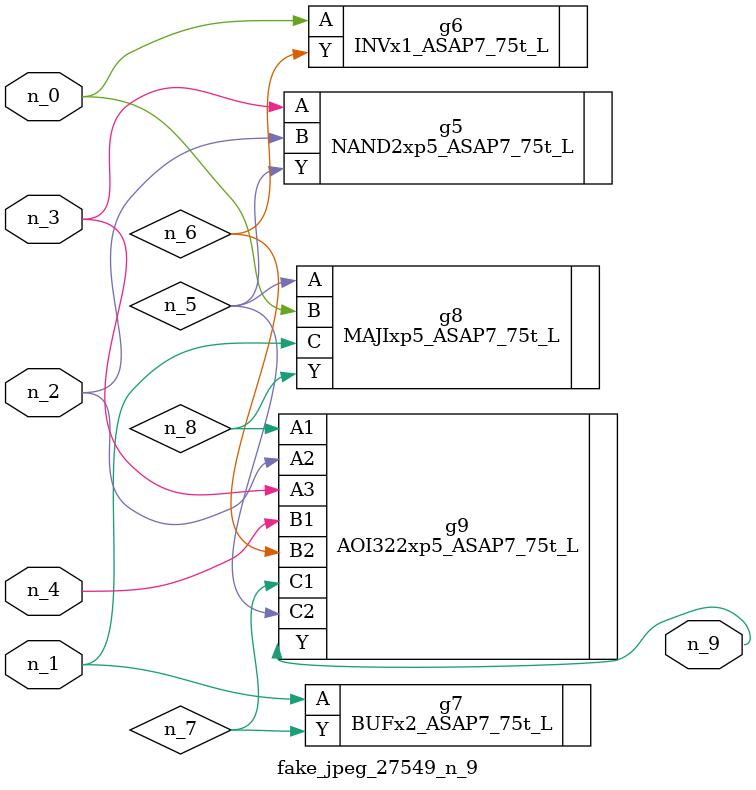
<source format=v>
module fake_jpeg_27549_n_9 (n_3, n_2, n_1, n_0, n_4, n_9);

input n_3;
input n_2;
input n_1;
input n_0;
input n_4;

output n_9;

wire n_8;
wire n_6;
wire n_5;
wire n_7;

NAND2xp5_ASAP7_75t_L g5 ( 
.A(n_3),
.B(n_2),
.Y(n_5)
);

INVx1_ASAP7_75t_L g6 ( 
.A(n_0),
.Y(n_6)
);

BUFx2_ASAP7_75t_L g7 ( 
.A(n_1),
.Y(n_7)
);

MAJIxp5_ASAP7_75t_L g8 ( 
.A(n_5),
.B(n_0),
.C(n_1),
.Y(n_8)
);

AOI322xp5_ASAP7_75t_L g9 ( 
.A1(n_8),
.A2(n_2),
.A3(n_3),
.B1(n_4),
.B2(n_6),
.C1(n_7),
.C2(n_5),
.Y(n_9)
);


endmodule
</source>
